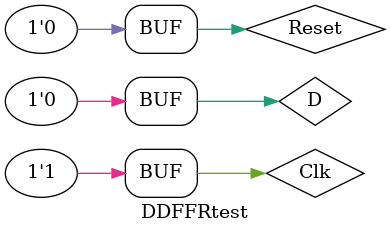
<source format=v>
`timescale 1ns / 1ps


module DDFFRtest;

	// Inputs
	reg D;
	reg Clk;
	reg Reset;

	// Outputs
	wire Q;

	// Instantiate the Unit Under Test (UUT)
	DD_FF_R uut (
		.D(D), 
		.Clk(Clk), 
		.Reset(Reset), 
		.Q(Q)
	);

	initial begin
		
		Clk = 0 ;
		repeat (9)
		#100 Clk = ~Clk ;
		end
		initial begin
		D = 0;
		repeat (6)
		#225 D = ~ D;
		end
		initial begin
		Reset = 0;
		repeat (6)
		#125 Reset = ~ Reset;

	end
      
endmodule


</source>
